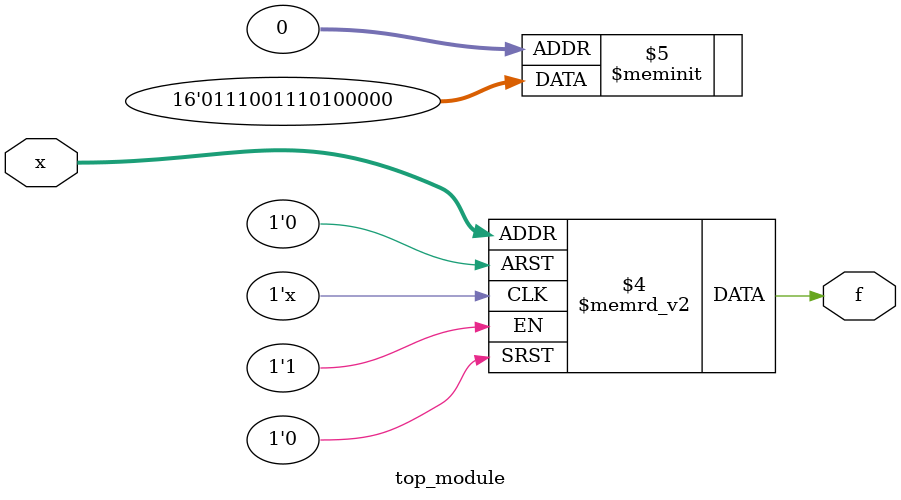
<source format=sv>
module top_module (
    input [4:1] x,
    output logic f
);
    always @(*) begin
        case (x)
            4'b0001: f = 0;
            4'b0011: f = 0;
            4'b0100: f = 0;
            4'b0101: f = 1;
            4'b0110: f = 0;
            4'b0111: f = 1;
            4'b1000: f = 1;
            4'b1001: f = 1;
            4'b1010: f = 0;
            4'b1100: f = 1;
            4'b1101: f = 1;
            4'b1110: f = 1;
            default: f = 0; // Using don't care states (d) as 0 for simplicity
        endcase
    end
endmodule

</source>
